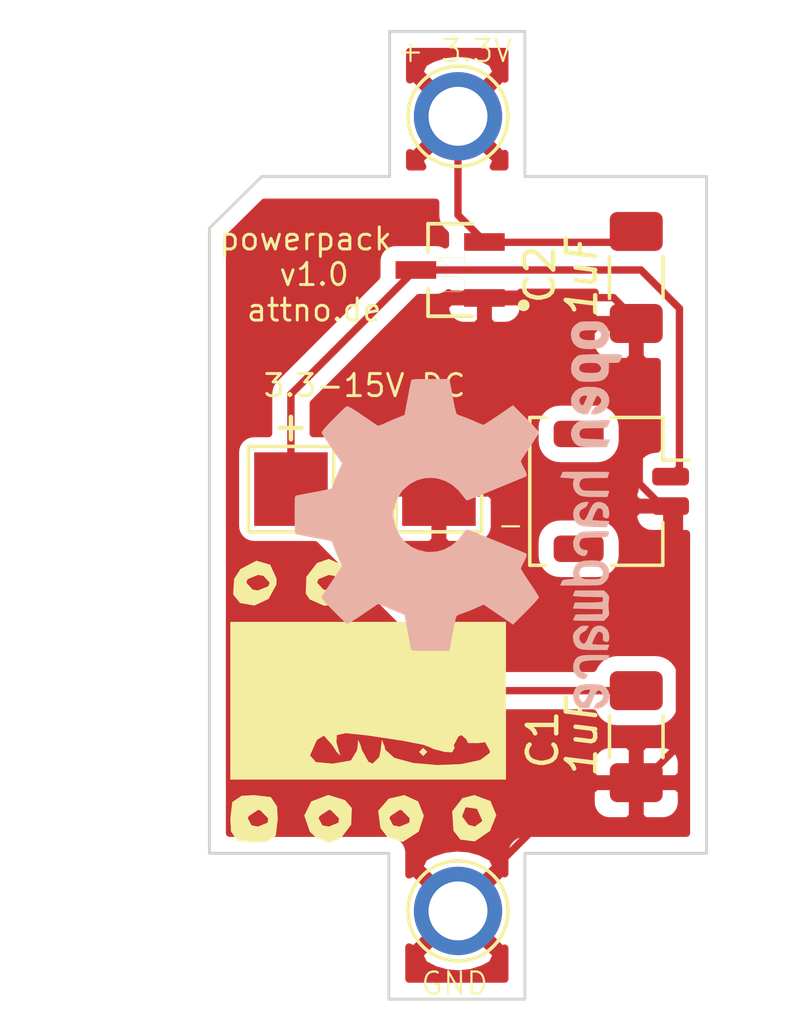
<source format=kicad_pcb>
(kicad_pcb (version 20171130) (host pcbnew "(5.1.8)-1")

  (general
    (thickness 1.6)
    (drawings 19)
    (tracks 29)
    (zones 0)
    (modules 10)
    (nets 4)
  )

  (page A4)
  (layers
    (0 F.Cu signal)
    (31 B.Cu signal)
    (32 B.Adhes user)
    (33 F.Adhes user)
    (34 B.Paste user)
    (35 F.Paste user)
    (36 B.SilkS user)
    (37 F.SilkS user)
    (38 B.Mask user)
    (39 F.Mask user)
    (40 Dwgs.User user)
    (41 Cmts.User user)
    (42 Eco1.User user)
    (43 Eco2.User user)
    (44 Edge.Cuts user)
    (45 Margin user)
    (46 B.CrtYd user)
    (47 F.CrtYd user)
    (48 B.Fab user)
    (49 F.Fab user)
  )

  (setup
    (last_trace_width 0.25)
    (trace_clearance 0.2)
    (zone_clearance 0.508)
    (zone_45_only no)
    (trace_min 0.2)
    (via_size 0.8)
    (via_drill 0.4)
    (via_min_size 0.4)
    (via_min_drill 0.3)
    (uvia_size 0.3)
    (uvia_drill 0.1)
    (uvias_allowed no)
    (uvia_min_size 0.2)
    (uvia_min_drill 0.1)
    (edge_width 0.1)
    (segment_width 0.2)
    (pcb_text_width 0.3)
    (pcb_text_size 1.5 1.5)
    (mod_edge_width 0.15)
    (mod_text_size 1 1)
    (mod_text_width 0.15)
    (pad_size 1.524 1.524)
    (pad_drill 0.762)
    (pad_to_mask_clearance 0)
    (aux_axis_origin 0 0)
    (visible_elements 7FFFFFFF)
    (pcbplotparams
      (layerselection 0x010fc_ffffffff)
      (usegerberextensions false)
      (usegerberattributes true)
      (usegerberadvancedattributes true)
      (creategerberjobfile true)
      (excludeedgelayer true)
      (linewidth 0.100000)
      (plotframeref false)
      (viasonmask false)
      (mode 1)
      (useauxorigin false)
      (hpglpennumber 1)
      (hpglpenspeed 20)
      (hpglpendiameter 15.000000)
      (psnegative false)
      (psa4output false)
      (plotreference true)
      (plotvalue true)
      (plotinvisibletext false)
      (padsonsilk false)
      (subtractmaskfromsilk false)
      (outputformat 1)
      (mirror false)
      (drillshape 0)
      (scaleselection 1)
      (outputdirectory "Gerber/"))
  )

  (net 0 "")
  (net 1 GND)
  (net 2 VCC)
  (net 3 +3V3)

  (net_class Default "Dies ist die voreingestellte Netzklasse."
    (clearance 0.2)
    (trace_width 0.25)
    (via_dia 0.8)
    (via_drill 0.4)
    (uvia_dia 0.3)
    (uvia_drill 0.1)
    (add_net +3V3)
    (add_net GND)
    (add_net VCC)
  )

  (module TestPoint:TestPoint_Plated_Hole_D2.0mm (layer F.Cu) (tedit 5A0F774F) (tstamp 5FF6768C)
    (at 174.9425 21.9075)
    (descr "Plated Hole as test Point, diameter 2.0mm")
    (tags "test point plated hole")
    (path /5FAC7D6D)
    (attr virtual)
    (fp_text reference J2.1 (at 0 -2.498) (layer F.SilkS) hide
      (effects (font (size 1 1) (thickness 0.15)))
    )
    (fp_text value "Vout +3.3V" (at 0 2.45) (layer F.Fab) hide
      (effects (font (size 1 1) (thickness 0.15)))
    )
    (fp_circle (center 0 0) (end 0 -1.7) (layer F.SilkS) (width 0.12))
    (fp_circle (center 0 0) (end 1.8 0) (layer F.CrtYd) (width 0.05))
    (fp_text user %R (at 0 -2.5) (layer F.Fab)
      (effects (font (size 1 1) (thickness 0.15)))
    )
    (pad 1 thru_hole circle (at 0 0) (size 3 3) (drill 2) (layers *.Cu *.Mask)
      (net 3 +3V3))
  )

  (module MCP1703T-3302E_CB:SOT95P255X145-3N (layer F.Cu) (tedit 5FCB8903) (tstamp 5FBEEA81)
    (at 174.6758 27.1272 180)
    (path /5FBEA257)
    (fp_text reference U1 (at -0.0762 -0.0508 90) (layer F.SilkS)
      (effects (font (size 0.9 0.9) (thickness 0.015)))
    )
    (fp_text value MCP1703T-3302E_CB (at 7.16 2.635) (layer F.Fab)
      (effects (font (size 1 1) (thickness 0.015)))
    )
    (fp_line (start -0.75 -1.45) (end -0.75 1.45) (layer F.Fab) (width 0.127))
    (fp_line (start -0.75 1.45) (end 0.75 1.45) (layer F.Fab) (width 0.127))
    (fp_line (start 0.75 1.45) (end 0.75 -1.45) (layer F.Fab) (width 0.127))
    (fp_line (start 0.75 -1.45) (end -0.75 -1.45) (layer F.Fab) (width 0.127))
    (fp_line (start 0.75 -0.62) (end 0.75 -1.57) (layer F.SilkS) (width 0.127))
    (fp_line (start -0.75 1.57) (end 0.75 1.57) (layer F.SilkS) (width 0.127))
    (fp_line (start 0.75 1.57) (end 0.75 0.62) (layer F.SilkS) (width 0.127))
    (fp_line (start 0.75 -1.57) (end -0.75 -1.57) (layer F.SilkS) (width 0.127))
    (fp_line (start -2.105 -1.7) (end 2.105 -1.7) (layer F.CrtYd) (width 0.05))
    (fp_line (start 2.105 -1.7) (end 2.105 1.7) (layer F.CrtYd) (width 0.05))
    (fp_line (start 2.105 1.7) (end -2.105 1.7) (layer F.CrtYd) (width 0.05))
    (fp_line (start -2.105 1.7) (end -2.105 -1.7) (layer F.CrtYd) (width 0.05))
    (fp_circle (center -2.5 -1.2) (end -2.4 -1.2) (layer F.SilkS) (width 0.2))
    (fp_circle (center -2.5 -1.2) (end -2.4 -1.2) (layer F.Fab) (width 0.2))
    (pad 3 smd rect (at 1.165 0 180) (size 1.38 0.6) (layers F.Cu F.Paste F.Mask)
      (net 2 VCC))
    (pad 2 smd rect (at -1.165 0.95 180) (size 1.38 0.6) (layers F.Cu F.Paste F.Mask)
      (net 3 +3V3))
    (pad 1 smd rect (at -1.165 -0.95 180) (size 1.38 0.6) (layers F.Cu F.Paste F.Mask)
      (net 1 GND))
  )

  (module Symbol:OSHW-Logo2_14.6x12mm_SilkScreen (layer B.Cu) (tedit 0) (tstamp 5FBF1F0D)
    (at 174.9425 35.4457 270)
    (descr "Open Source Hardware Symbol")
    (tags "Logo Symbol OSHW")
    (attr virtual)
    (fp_text reference REF** (at 0 0 270) (layer F.SilkS) hide
      (effects (font (size 1 1) (thickness 0.15)))
    )
    (fp_text value OSHW-Logo2_14.6x12mm_SilkScreen (at 0.75 0 270) (layer F.Fab) hide
      (effects (font (size 1 1) (thickness 0.15)))
    )
    (fp_poly (pts (xy -4.8281 -3.861903) (xy -4.71655 -3.917522) (xy -4.618092 -4.019931) (xy -4.590977 -4.057864)
      (xy -4.561438 -4.1075) (xy -4.542272 -4.161412) (xy -4.531307 -4.233364) (xy -4.526371 -4.337122)
      (xy -4.525287 -4.474101) (xy -4.530182 -4.661815) (xy -4.547196 -4.802758) (xy -4.579823 -4.907908)
      (xy -4.631558 -4.988243) (xy -4.705896 -5.054741) (xy -4.711358 -5.058678) (xy -4.78462 -5.098953)
      (xy -4.87284 -5.11888) (xy -4.985038 -5.123793) (xy -5.167433 -5.123793) (xy -5.167509 -5.300857)
      (xy -5.169207 -5.39947) (xy -5.17955 -5.457314) (xy -5.206578 -5.492006) (xy -5.258332 -5.521164)
      (xy -5.270761 -5.527121) (xy -5.328923 -5.555039) (xy -5.373956 -5.572672) (xy -5.407441 -5.574194)
      (xy -5.430962 -5.553781) (xy -5.4461 -5.505607) (xy -5.454437 -5.423846) (xy -5.457556 -5.302672)
      (xy -5.45704 -5.13626) (xy -5.454471 -4.918785) (xy -5.453668 -4.853736) (xy -5.450778 -4.629502)
      (xy -5.448188 -4.482821) (xy -5.167586 -4.482821) (xy -5.166009 -4.607326) (xy -5.159 -4.688787)
      (xy -5.143142 -4.742515) (xy -5.115019 -4.783823) (xy -5.095925 -4.803971) (xy -5.017865 -4.862921)
      (xy -4.948753 -4.86772) (xy -4.87744 -4.819038) (xy -4.875632 -4.817241) (xy -4.846617 -4.779618)
      (xy -4.828967 -4.728484) (xy -4.820064 -4.649738) (xy -4.817291 -4.529276) (xy -4.817241 -4.502588)
      (xy -4.823942 -4.336583) (xy -4.845752 -4.221505) (xy -4.885235 -4.151254) (xy -4.944956 -4.119729)
      (xy -4.979472 -4.116552) (xy -5.061389 -4.13146) (xy -5.117579 -4.180548) (xy -5.151402 -4.270362)
      (xy -5.16622 -4.407445) (xy -5.167586 -4.482821) (xy -5.448188 -4.482821) (xy -5.447713 -4.455952)
      (xy -5.443753 -4.325382) (xy -5.438174 -4.230087) (xy -5.430254 -4.162364) (xy -5.419269 -4.114507)
      (xy -5.404499 -4.078813) (xy -5.385218 -4.047578) (xy -5.376951 -4.035824) (xy -5.267288 -3.924797)
      (xy -5.128635 -3.861847) (xy -4.968246 -3.844297) (xy -4.8281 -3.861903)) (layer B.SilkS) (width 0.01))
    (fp_poly (pts (xy -2.582571 -3.877719) (xy -2.488877 -3.931914) (xy -2.423736 -3.985707) (xy -2.376093 -4.042066)
      (xy -2.343272 -4.110987) (xy -2.322594 -4.202468) (xy -2.31138 -4.326506) (xy -2.306951 -4.493098)
      (xy -2.306437 -4.612851) (xy -2.306437 -5.053659) (xy -2.430517 -5.109283) (xy -2.554598 -5.164907)
      (xy -2.569195 -4.682095) (xy -2.575227 -4.501779) (xy -2.581555 -4.370901) (xy -2.589394 -4.280511)
      (xy -2.599963 -4.221664) (xy -2.614477 -4.185413) (xy -2.634152 -4.16281) (xy -2.640465 -4.157917)
      (xy -2.736112 -4.119706) (xy -2.832793 -4.134827) (xy -2.890345 -4.174943) (xy -2.913755 -4.20337)
      (xy -2.929961 -4.240672) (xy -2.940259 -4.297223) (xy -2.945951 -4.383394) (xy -2.948336 -4.509558)
      (xy -2.948736 -4.641042) (xy -2.948814 -4.805999) (xy -2.951639 -4.922761) (xy -2.961093 -5.00151)
      (xy -2.98106 -5.052431) (xy -3.015424 -5.085706) (xy -3.068068 -5.11152) (xy -3.138383 -5.138344)
      (xy -3.21518 -5.167542) (xy -3.206038 -4.649346) (xy -3.202357 -4.462539) (xy -3.19805 -4.32449)
      (xy -3.191877 -4.225568) (xy -3.182598 -4.156145) (xy -3.168973 -4.10659) (xy -3.149761 -4.067273)
      (xy -3.126598 -4.032584) (xy -3.014848 -3.92177) (xy -2.878487 -3.857689) (xy -2.730175 -3.842339)
      (xy -2.582571 -3.877719)) (layer B.SilkS) (width 0.01))
    (fp_poly (pts (xy -5.951779 -3.866015) (xy -5.814939 -3.937968) (xy -5.713949 -4.053766) (xy -5.678075 -4.128213)
      (xy -5.650161 -4.239992) (xy -5.635871 -4.381227) (xy -5.634516 -4.535371) (xy -5.645405 -4.685879)
      (xy -5.667847 -4.816205) (xy -5.70115 -4.909803) (xy -5.711385 -4.925922) (xy -5.832618 -5.046249)
      (xy -5.976613 -5.118317) (xy -6.132861 -5.139408) (xy -6.290852 -5.106802) (xy -6.33482 -5.087253)
      (xy -6.420444 -5.027012) (xy -6.495592 -4.947135) (xy -6.502694 -4.937004) (xy -6.531561 -4.888181)
      (xy -6.550643 -4.83599) (xy -6.561916 -4.767285) (xy -6.567355 -4.668918) (xy -6.568938 -4.527744)
      (xy -6.568965 -4.496092) (xy -6.568893 -4.486019) (xy -6.277011 -4.486019) (xy -6.275313 -4.619256)
      (xy -6.268628 -4.707674) (xy -6.254575 -4.764785) (xy -6.230771 -4.804102) (xy -6.218621 -4.817241)
      (xy -6.148764 -4.867172) (xy -6.080941 -4.864895) (xy -6.012365 -4.821584) (xy -5.971465 -4.775346)
      (xy -5.947242 -4.707857) (xy -5.933639 -4.601433) (xy -5.932706 -4.58902) (xy -5.930384 -4.396147)
      (xy -5.95465 -4.2529) (xy -6.005176 -4.16016) (xy -6.081632 -4.118807) (xy -6.108924 -4.116552)
      (xy -6.180589 -4.127893) (xy -6.22961 -4.167184) (xy -6.259582 -4.242326) (xy -6.274101 -4.361222)
      (xy -6.277011 -4.486019) (xy -6.568893 -4.486019) (xy -6.567878 -4.345659) (xy -6.563312 -4.240549)
      (xy -6.553312 -4.167714) (xy -6.535921 -4.114108) (xy -6.509184 -4.066681) (xy -6.503276 -4.057864)
      (xy -6.403968 -3.939007) (xy -6.295758 -3.870008) (xy -6.164019 -3.842619) (xy -6.119283 -3.841281)
      (xy -5.951779 -3.866015)) (layer B.SilkS) (width 0.01))
    (fp_poly (pts (xy -3.684448 -3.884676) (xy -3.569342 -3.962111) (xy -3.480389 -4.073949) (xy -3.427251 -4.216265)
      (xy -3.416503 -4.321015) (xy -3.417724 -4.364726) (xy -3.427944 -4.398194) (xy -3.456039 -4.428179)
      (xy -3.510884 -4.46144) (xy -3.601355 -4.504738) (xy -3.736328 -4.564833) (xy -3.737011 -4.565134)
      (xy -3.861249 -4.622037) (xy -3.963127 -4.672565) (xy -4.032233 -4.71128) (xy -4.058154 -4.73274)
      (xy -4.058161 -4.732913) (xy -4.035315 -4.779644) (xy -3.981891 -4.831154) (xy -3.920558 -4.868261)
      (xy -3.889485 -4.875632) (xy -3.804711 -4.850138) (xy -3.731707 -4.786291) (xy -3.696087 -4.716094)
      (xy -3.66182 -4.664343) (xy -3.594697 -4.605409) (xy -3.515792 -4.554496) (xy -3.446179 -4.526809)
      (xy -3.431623 -4.525287) (xy -3.415237 -4.550321) (xy -3.41425 -4.614311) (xy -3.426292 -4.700593)
      (xy -3.448993 -4.792501) (xy -3.479986 -4.873369) (xy -3.481552 -4.876509) (xy -3.574819 -5.006734)
      (xy -3.695696 -5.095311) (xy -3.832973 -5.138786) (xy -3.97544 -5.133706) (xy -4.111888 -5.076616)
      (xy -4.117955 -5.072602) (xy -4.22529 -4.975326) (xy -4.295868 -4.848409) (xy -4.334926 -4.681526)
      (xy -4.340168 -4.634639) (xy -4.349452 -4.413329) (xy -4.338322 -4.310124) (xy -4.058161 -4.310124)
      (xy -4.054521 -4.374503) (xy -4.034611 -4.393291) (xy -3.984974 -4.379235) (xy -3.906733 -4.346009)
      (xy -3.819274 -4.304359) (xy -3.817101 -4.303256) (xy -3.74297 -4.264265) (xy -3.713219 -4.238244)
      (xy -3.720555 -4.210965) (xy -3.751447 -4.175121) (xy -3.83004 -4.123251) (xy -3.914677 -4.119439)
      (xy -3.990597 -4.157189) (xy -4.043035 -4.230001) (xy -4.058161 -4.310124) (xy -4.338322 -4.310124)
      (xy -4.330356 -4.236261) (xy -4.281366 -4.095829) (xy -4.213164 -3.997447) (xy -4.090065 -3.89803)
      (xy -3.954472 -3.848711) (xy -3.816045 -3.845568) (xy -3.684448 -3.884676)) (layer B.SilkS) (width 0.01))
    (fp_poly (pts (xy -1.255402 -3.723857) (xy -1.246846 -3.843188) (xy -1.237019 -3.913506) (xy -1.223401 -3.944179)
      (xy -1.203473 -3.944571) (xy -1.197011 -3.94091) (xy -1.11106 -3.914398) (xy -0.999255 -3.915946)
      (xy -0.885586 -3.943199) (xy -0.81449 -3.978455) (xy -0.741595 -4.034778) (xy -0.688307 -4.098519)
      (xy -0.651725 -4.17951) (xy -0.62895 -4.287586) (xy -0.617081 -4.43258) (xy -0.613218 -4.624326)
      (xy -0.613149 -4.661109) (xy -0.613103 -5.074288) (xy -0.705046 -5.106339) (xy -0.770348 -5.128144)
      (xy -0.806176 -5.138297) (xy -0.80723 -5.138391) (xy -0.810758 -5.11086) (xy -0.813761 -5.034923)
      (xy -0.81601 -4.920565) (xy -0.817276 -4.777769) (xy -0.817471 -4.690951) (xy -0.817877 -4.519773)
      (xy -0.819968 -4.397088) (xy -0.825053 -4.313) (xy -0.83444 -4.257614) (xy -0.849439 -4.221032)
      (xy -0.871358 -4.193359) (xy -0.885043 -4.180032) (xy -0.979051 -4.126328) (xy -1.081636 -4.122307)
      (xy -1.17471 -4.167725) (xy -1.191922 -4.184123) (xy -1.217168 -4.214957) (xy -1.23468 -4.251531)
      (xy -1.245858 -4.304415) (xy -1.252104 -4.384177) (xy -1.254818 -4.501385) (xy -1.255402 -4.662991)
      (xy -1.255402 -5.074288) (xy -1.347345 -5.106339) (xy -1.412647 -5.128144) (xy -1.448475 -5.138297)
      (xy -1.449529 -5.138391) (xy -1.452225 -5.110448) (xy -1.454655 -5.03163) (xy -1.456722 -4.909453)
      (xy -1.458329 -4.751432) (xy -1.459377 -4.565083) (xy -1.459769 -4.35792) (xy -1.45977 -4.348706)
      (xy -1.45977 -3.55902) (xy -1.364885 -3.518997) (xy -1.27 -3.478973) (xy -1.255402 -3.723857)) (layer B.SilkS) (width 0.01))
    (fp_poly (pts (xy 0.079944 -3.92436) (xy 0.194343 -3.966842) (xy 0.195652 -3.967658) (xy 0.266403 -4.01973)
      (xy 0.318636 -4.080584) (xy 0.355371 -4.159887) (xy 0.379634 -4.267309) (xy 0.394445 -4.412517)
      (xy 0.402829 -4.605179) (xy 0.403564 -4.632628) (xy 0.41412 -5.046521) (xy 0.325291 -5.092456)
      (xy 0.261018 -5.123498) (xy 0.22221 -5.138206) (xy 0.220415 -5.138391) (xy 0.2137 -5.11125)
      (xy 0.208365 -5.038041) (xy 0.205083 -4.931081) (xy 0.204368 -4.844469) (xy 0.204351 -4.704162)
      (xy 0.197937 -4.616051) (xy 0.17558 -4.574025) (xy 0.127732 -4.571975) (xy 0.044849 -4.60379)
      (xy -0.080287 -4.662272) (xy -0.172303 -4.710845) (xy -0.219629 -4.752986) (xy -0.233542 -4.798916)
      (xy -0.233563 -4.801189) (xy -0.210605 -4.880311) (xy -0.14263 -4.923055) (xy -0.038602 -4.929246)
      (xy 0.03633 -4.928172) (xy 0.075839 -4.949753) (xy 0.100478 -5.001591) (xy 0.114659 -5.067632)
      (xy 0.094223 -5.105104) (xy 0.086528 -5.110467) (xy 0.014083 -5.132006) (xy -0.087367 -5.135055)
      (xy -0.191843 -5.120778) (xy -0.265875 -5.094688) (xy -0.368228 -5.007785) (xy -0.426409 -4.886816)
      (xy -0.437931 -4.792308) (xy -0.429138 -4.707062) (xy -0.39732 -4.637476) (xy -0.334316 -4.575672)
      (xy -0.231969 -4.513772) (xy -0.082118 -4.443897) (xy -0.072988 -4.439948) (xy 0.061997 -4.377588)
      (xy 0.145294 -4.326446) (xy 0.180997 -4.280488) (xy 0.173203 -4.233683) (xy 0.126007 -4.179998)
      (xy 0.111894 -4.167644) (xy 0.017359 -4.119741) (xy -0.080594 -4.121758) (xy -0.165903 -4.168724)
      (xy -0.222504 -4.255669) (xy -0.227763 -4.272734) (xy -0.278977 -4.355504) (xy -0.343963 -4.395372)
      (xy -0.437931 -4.434882) (xy -0.437931 -4.332658) (xy -0.409347 -4.184072) (xy -0.324505 -4.047784)
      (xy -0.280355 -4.002191) (xy -0.179995 -3.943674) (xy -0.052365 -3.917184) (xy 0.079944 -3.92436)) (layer B.SilkS) (width 0.01))
    (fp_poly (pts (xy 1.065943 -3.92192) (xy 1.198565 -3.970859) (xy 1.30601 -4.057419) (xy 1.348032 -4.118352)
      (xy 1.393843 -4.230161) (xy 1.392891 -4.311006) (xy 1.344808 -4.365378) (xy 1.327017 -4.374624)
      (xy 1.250204 -4.40345) (xy 1.210976 -4.396065) (xy 1.197689 -4.347658) (xy 1.197012 -4.32092)
      (xy 1.172686 -4.222548) (xy 1.109281 -4.153734) (xy 1.021154 -4.120498) (xy 0.922663 -4.128861)
      (xy 0.842602 -4.172296) (xy 0.815561 -4.197072) (xy 0.796394 -4.227129) (xy 0.783446 -4.272565)
      (xy 0.775064 -4.343476) (xy 0.769593 -4.44996) (xy 0.765378 -4.602112) (xy 0.764287 -4.650287)
      (xy 0.760307 -4.815095) (xy 0.755781 -4.931088) (xy 0.748995 -5.007833) (xy 0.738231 -5.054893)
      (xy 0.721773 -5.081835) (xy 0.697906 -5.098223) (xy 0.682626 -5.105463) (xy 0.617733 -5.13022)
      (xy 0.579534 -5.138391) (xy 0.566912 -5.111103) (xy 0.559208 -5.028603) (xy 0.55638 -4.889941)
      (xy 0.558386 -4.694162) (xy 0.559011 -4.663965) (xy 0.563421 -4.485349) (xy 0.568635 -4.354923)
      (xy 0.576055 -4.262492) (xy 0.587082 -4.197858) (xy 0.603117 -4.150825) (xy 0.625561 -4.111196)
      (xy 0.637302 -4.094215) (xy 0.704619 -4.01908) (xy 0.77991 -3.960638) (xy 0.789128 -3.955536)
      (xy 0.924133 -3.91526) (xy 1.065943 -3.92192)) (layer B.SilkS) (width 0.01))
    (fp_poly (pts (xy 2.393914 -4.154455) (xy 2.393543 -4.372661) (xy 2.392108 -4.540519) (xy 2.389002 -4.66607)
      (xy 2.383622 -4.757355) (xy 2.375362 -4.822415) (xy 2.363616 -4.869291) (xy 2.347781 -4.906024)
      (xy 2.33579 -4.926991) (xy 2.23649 -5.040694) (xy 2.110588 -5.111965) (xy 1.971291 -5.137538)
      (xy 1.831805 -5.11415) (xy 1.748743 -5.072119) (xy 1.661545 -4.999411) (xy 1.602117 -4.910612)
      (xy 1.566261 -4.79432) (xy 1.549781 -4.639135) (xy 1.547447 -4.525287) (xy 1.547761 -4.517106)
      (xy 1.751724 -4.517106) (xy 1.75297 -4.647657) (xy 1.758678 -4.73408) (xy 1.771804 -4.790618)
      (xy 1.795306 -4.831514) (xy 1.823386 -4.862362) (xy 1.917688 -4.921905) (xy 2.01894 -4.926992)
      (xy 2.114636 -4.877279) (xy 2.122084 -4.870543) (xy 2.153874 -4.835502) (xy 2.173808 -4.793811)
      (xy 2.1846 -4.731762) (xy 2.188965 -4.635644) (xy 2.189655 -4.529379) (xy 2.188159 -4.39588)
      (xy 2.181964 -4.306822) (xy 2.168514 -4.248293) (xy 2.145251 -4.206382) (xy 2.126175 -4.184123)
      (xy 2.037563 -4.127985) (xy 1.935508 -4.121235) (xy 1.838095 -4.164114) (xy 1.819296 -4.180032)
      (xy 1.787293 -4.215382) (xy 1.767318 -4.257502) (xy 1.756593 -4.320251) (xy 1.752339 -4.417487)
      (xy 1.751724 -4.517106) (xy 1.547761 -4.517106) (xy 1.554504 -4.341947) (xy 1.578472 -4.204195)
      (xy 1.623548 -4.100632) (xy 1.693928 -4.019856) (xy 1.748743 -3.978455) (xy 1.848376 -3.933728)
      (xy 1.963855 -3.912967) (xy 2.071199 -3.918525) (xy 2.131264 -3.940943) (xy 2.154835 -3.947323)
      (xy 2.170477 -3.923535) (xy 2.181395 -3.859788) (xy 2.189655 -3.762687) (xy 2.198699 -3.654541)
      (xy 2.211261 -3.589475) (xy 2.234119 -3.552268) (xy 2.274051 -3.527699) (xy 2.299138 -3.516819)
      (xy 2.394023 -3.477072) (xy 2.393914 -4.154455)) (layer B.SilkS) (width 0.01))
    (fp_poly (pts (xy 3.580124 -3.93984) (xy 3.584579 -4.016653) (xy 3.588071 -4.133391) (xy 3.590315 -4.280821)
      (xy 3.591035 -4.435455) (xy 3.591035 -4.958727) (xy 3.498645 -5.051117) (xy 3.434978 -5.108047)
      (xy 3.379089 -5.131107) (xy 3.302702 -5.129647) (xy 3.27238 -5.125934) (xy 3.17761 -5.115126)
      (xy 3.099222 -5.108933) (xy 3.080115 -5.108361) (xy 3.015699 -5.112102) (xy 2.923571 -5.121494)
      (xy 2.88785 -5.125934) (xy 2.800114 -5.132801) (xy 2.741153 -5.117885) (xy 2.68269 -5.071835)
      (xy 2.661585 -5.051117) (xy 2.569195 -4.958727) (xy 2.569195 -3.979947) (xy 2.643558 -3.946066)
      (xy 2.70759 -3.92097) (xy 2.745052 -3.912184) (xy 2.754657 -3.93995) (xy 2.763635 -4.01753)
      (xy 2.771386 -4.136348) (xy 2.777314 -4.287828) (xy 2.780173 -4.415805) (xy 2.788161 -4.919425)
      (xy 2.857848 -4.929278) (xy 2.921229 -4.922389) (xy 2.952286 -4.900083) (xy 2.960967 -4.858379)
      (xy 2.968378 -4.769544) (xy 2.973931 -4.644834) (xy 2.977036 -4.495507) (xy 2.977484 -4.418661)
      (xy 2.977931 -3.976287) (xy 3.069874 -3.944235) (xy 3.134949 -3.922443) (xy 3.170347 -3.912281)
      (xy 3.171368 -3.912184) (xy 3.17492 -3.939809) (xy 3.178823 -4.016411) (xy 3.182751 -4.132579)
      (xy 3.186376 -4.278904) (xy 3.188908 -4.415805) (xy 3.196897 -4.919425) (xy 3.372069 -4.919425)
      (xy 3.380107 -4.459965) (xy 3.388146 -4.000505) (xy 3.473543 -3.956344) (xy 3.536593 -3.926019)
      (xy 3.57391 -3.912258) (xy 3.574987 -3.912184) (xy 3.580124 -3.93984)) (layer B.SilkS) (width 0.01))
    (fp_poly (pts (xy 4.314406 -3.935156) (xy 4.398469 -3.973393) (xy 4.46445 -4.019726) (xy 4.512794 -4.071532)
      (xy 4.546172 -4.138363) (xy 4.567253 -4.229769) (xy 4.578707 -4.355301) (xy 4.583203 -4.524508)
      (xy 4.583678 -4.635933) (xy 4.583678 -5.070627) (xy 4.509316 -5.104509) (xy 4.450746 -5.129272)
      (xy 4.42173 -5.138391) (xy 4.416179 -5.111257) (xy 4.411775 -5.038094) (xy 4.409078 -4.931263)
      (xy 4.408506 -4.846437) (xy 4.406046 -4.723887) (xy 4.399412 -4.626668) (xy 4.389726 -4.567134)
      (xy 4.382032 -4.554483) (xy 4.330311 -4.567402) (xy 4.249117 -4.600539) (xy 4.155102 -4.645461)
      (xy 4.064917 -4.693735) (xy 3.995215 -4.736928) (xy 3.962648 -4.766608) (xy 3.962519 -4.766929)
      (xy 3.96532 -4.821857) (xy 3.990439 -4.874292) (xy 4.034541 -4.916881) (xy 4.098909 -4.931126)
      (xy 4.153921 -4.929466) (xy 4.231835 -4.928245) (xy 4.272732 -4.946498) (xy 4.297295 -4.994726)
      (xy 4.300392 -5.00382) (xy 4.31104 -5.072598) (xy 4.282565 -5.11436) (xy 4.208344 -5.134263)
      (xy 4.128168 -5.137944) (xy 3.98389 -5.110658) (xy 3.909203 -5.07169) (xy 3.816963 -4.980148)
      (xy 3.768043 -4.867782) (xy 3.763654 -4.749051) (xy 3.805001 -4.638411) (xy 3.867197 -4.56908)
      (xy 3.929294 -4.530265) (xy 4.026895 -4.481125) (xy 4.140632 -4.431292) (xy 4.15959 -4.423677)
      (xy 4.284521 -4.368545) (xy 4.356539 -4.319954) (xy 4.3797 -4.271647) (xy 4.358064 -4.21737)
      (xy 4.32092 -4.174943) (xy 4.233127 -4.122702) (xy 4.13653 -4.118784) (xy 4.047944 -4.159041)
      (xy 3.984186 -4.239326) (xy 3.975817 -4.26004) (xy 3.927096 -4.336225) (xy 3.855965 -4.392785)
      (xy 3.766207 -4.439201) (xy 3.766207 -4.307584) (xy 3.77149 -4.227168) (xy 3.794142 -4.163786)
      (xy 3.844367 -4.096163) (xy 3.892582 -4.044076) (xy 3.967554 -3.970322) (xy 4.025806 -3.930702)
      (xy 4.088372 -3.91481) (xy 4.159193 -3.912184) (xy 4.314406 -3.935156)) (layer B.SilkS) (width 0.01))
    (fp_poly (pts (xy 5.33569 -3.940018) (xy 5.370585 -3.955269) (xy 5.453877 -4.021235) (xy 5.525103 -4.116618)
      (xy 5.569153 -4.218406) (xy 5.576322 -4.268587) (xy 5.552285 -4.338647) (xy 5.499561 -4.375717)
      (xy 5.443031 -4.398164) (xy 5.417146 -4.4023) (xy 5.404542 -4.372283) (xy 5.379654 -4.306961)
      (xy 5.368735 -4.277445) (xy 5.307508 -4.175348) (xy 5.218861 -4.124423) (xy 5.105193 -4.125989)
      (xy 5.096774 -4.127994) (xy 5.036088 -4.156767) (xy 4.991474 -4.212859) (xy 4.961002 -4.303163)
      (xy 4.942744 -4.434571) (xy 4.934771 -4.613974) (xy 4.934023 -4.709433) (xy 4.933652 -4.859913)
      (xy 4.931223 -4.962495) (xy 4.92476 -5.027672) (xy 4.912288 -5.065938) (xy 4.891833 -5.087785)
      (xy 4.861419 -5.103707) (xy 4.859661 -5.104509) (xy 4.801091 -5.129272) (xy 4.772075 -5.138391)
      (xy 4.767616 -5.110822) (xy 4.763799 -5.03462) (xy 4.760899 -4.919541) (xy 4.759191 -4.775341)
      (xy 4.758851 -4.669814) (xy 4.760588 -4.465613) (xy 4.767382 -4.310697) (xy 4.781607 -4.196024)
      (xy 4.805638 -4.112551) (xy 4.841848 -4.051236) (xy 4.892612 -4.003034) (xy 4.942739 -3.969393)
      (xy 5.063275 -3.924619) (xy 5.203557 -3.914521) (xy 5.33569 -3.940018)) (layer B.SilkS) (width 0.01))
    (fp_poly (pts (xy 6.343439 -3.95654) (xy 6.45895 -4.032034) (xy 6.514664 -4.099617) (xy 6.558804 -4.222255)
      (xy 6.562309 -4.319298) (xy 6.554368 -4.449056) (xy 6.255115 -4.580039) (xy 6.109611 -4.646958)
      (xy 6.014537 -4.70079) (xy 5.965101 -4.747416) (xy 5.956511 -4.79272) (xy 5.983972 -4.842582)
      (xy 6.014253 -4.875632) (xy 6.102363 -4.928633) (xy 6.198196 -4.932347) (xy 6.286212 -4.891041)
      (xy 6.350869 -4.808983) (xy 6.362433 -4.780008) (xy 6.417825 -4.689509) (xy 6.481553 -4.65094)
      (xy 6.568966 -4.617946) (xy 6.568966 -4.743034) (xy 6.561238 -4.828156) (xy 6.530966 -4.899938)
      (xy 6.467518 -4.982356) (xy 6.458088 -4.993066) (xy 6.387513 -5.066391) (xy 6.326847 -5.105742)
      (xy 6.25095 -5.123845) (xy 6.18803 -5.129774) (xy 6.075487 -5.131251) (xy 5.99537 -5.112535)
      (xy 5.94539 -5.084747) (xy 5.866838 -5.023641) (xy 5.812463 -4.957554) (xy 5.778052 -4.874441)
      (xy 5.759388 -4.762254) (xy 5.752256 -4.608946) (xy 5.751687 -4.531136) (xy 5.753622 -4.437853)
      (xy 5.929899 -4.437853) (xy 5.931944 -4.487896) (xy 5.937039 -4.496092) (xy 5.970666 -4.484958)
      (xy 6.04303 -4.455493) (xy 6.139747 -4.413601) (xy 6.159973 -4.404597) (xy 6.282203 -4.342442)
      (xy 6.349547 -4.287815) (xy 6.364348 -4.236649) (xy 6.328947 -4.184876) (xy 6.299711 -4.162)
      (xy 6.194216 -4.11625) (xy 6.095476 -4.123808) (xy 6.012812 -4.179651) (xy 5.955548 -4.278753)
      (xy 5.937188 -4.357414) (xy 5.929899 -4.437853) (xy 5.753622 -4.437853) (xy 5.755459 -4.349351)
      (xy 5.769359 -4.214853) (xy 5.796894 -4.116916) (xy 5.841572 -4.044811) (xy 5.906901 -3.987813)
      (xy 5.935383 -3.969393) (xy 6.064763 -3.921422) (xy 6.206412 -3.918403) (xy 6.343439 -3.95654)) (layer B.SilkS) (width 0.01))
    (fp_poly (pts (xy 0.209014 5.547002) (xy 0.367006 5.546137) (xy 0.481347 5.543795) (xy 0.559407 5.539238)
      (xy 0.608554 5.53173) (xy 0.636159 5.520534) (xy 0.649592 5.504912) (xy 0.656221 5.484127)
      (xy 0.656865 5.481437) (xy 0.666935 5.432887) (xy 0.685575 5.337095) (xy 0.710845 5.204257)
      (xy 0.740807 5.044569) (xy 0.773522 4.868226) (xy 0.774664 4.862033) (xy 0.807433 4.689218)
      (xy 0.838093 4.536531) (xy 0.864664 4.413129) (xy 0.885167 4.328169) (xy 0.897626 4.29081)
      (xy 0.89822 4.290148) (xy 0.934919 4.271905) (xy 1.010586 4.241503) (xy 1.108878 4.205507)
      (xy 1.109425 4.205315) (xy 1.233233 4.158778) (xy 1.379196 4.099496) (xy 1.516781 4.039891)
      (xy 1.523293 4.036944) (xy 1.74739 3.935235) (xy 2.243619 4.274103) (xy 2.395846 4.377408)
      (xy 2.533741 4.469763) (xy 2.649315 4.545916) (xy 2.734579 4.600615) (xy 2.781544 4.628607)
      (xy 2.786004 4.630683) (xy 2.820134 4.62144) (xy 2.883881 4.576844) (xy 2.979731 4.494791)
      (xy 3.110169 4.373179) (xy 3.243328 4.243795) (xy 3.371694 4.116298) (xy 3.486581 3.999954)
      (xy 3.581073 3.901948) (xy 3.648253 3.829464) (xy 3.681206 3.789687) (xy 3.682432 3.787639)
      (xy 3.686074 3.760344) (xy 3.67235 3.715766) (xy 3.637869 3.647888) (xy 3.579239 3.550689)
      (xy 3.49307 3.418149) (xy 3.3782 3.247524) (xy 3.276254 3.097345) (xy 3.185123 2.96265)
      (xy 3.110073 2.85126) (xy 3.056369 2.770995) (xy 3.02928 2.729675) (xy 3.027574 2.72687)
      (xy 3.030882 2.687279) (xy 3.055953 2.610331) (xy 3.097798 2.510568) (xy 3.112712 2.478709)
      (xy 3.177786 2.336774) (xy 3.247212 2.175727) (xy 3.303609 2.036379) (xy 3.344247 1.932956)
      (xy 3.376526 1.854358) (xy 3.395178 1.81328) (xy 3.397497 1.810115) (xy 3.431803 1.804872)
      (xy 3.512669 1.790506) (xy 3.629343 1.769063) (xy 3.771075 1.742587) (xy 3.92711 1.713123)
      (xy 4.086698 1.682717) (xy 4.239085 1.653412) (xy 4.373521 1.627255) (xy 4.479252 1.60629)
      (xy 4.545526 1.592561) (xy 4.561782 1.58868) (xy 4.578573 1.5791) (xy 4.591249 1.557464)
      (xy 4.600378 1.516469) (xy 4.606531 1.448811) (xy 4.61028 1.347188) (xy 4.612192 1.204297)
      (xy 4.61284 1.012835) (xy 4.612874 0.934355) (xy 4.612874 0.296094) (xy 4.459598 0.26584)
      (xy 4.374322 0.249436) (xy 4.24707 0.225491) (xy 4.093315 0.196893) (xy 3.928534 0.166533)
      (xy 3.882989 0.158194) (xy 3.730932 0.12863) (xy 3.598468 0.099558) (xy 3.496714 0.073671)
      (xy 3.436788 0.053663) (xy 3.426805 0.047699) (xy 3.402293 0.005466) (xy 3.367148 -0.07637)
      (xy 3.328173 -0.181683) (xy 3.320442 -0.204368) (xy 3.26936 -0.345018) (xy 3.205954 -0.503714)
      (xy 3.143904 -0.646225) (xy 3.143598 -0.646886) (xy 3.040267 -0.87044) (xy 3.719961 -1.870232)
      (xy 3.283621 -2.3073) (xy 3.151649 -2.437381) (xy 3.031279 -2.552048) (xy 2.929273 -2.645181)
      (xy 2.852391 -2.710658) (xy 2.807393 -2.742357) (xy 2.800938 -2.744368) (xy 2.76304 -2.728529)
      (xy 2.685708 -2.684496) (xy 2.577389 -2.61749) (xy 2.446532 -2.532734) (xy 2.305052 -2.437816)
      (xy 2.161461 -2.340998) (xy 2.033435 -2.256751) (xy 1.929105 -2.190258) (xy 1.8566 -2.146702)
      (xy 1.824158 -2.131264) (xy 1.784576 -2.144328) (xy 1.709519 -2.17875) (xy 1.614468 -2.22738)
      (xy 1.604392 -2.232785) (xy 1.476391 -2.29698) (xy 1.388618 -2.328463) (xy 1.334028 -2.328798)
      (xy 1.305575 -2.299548) (xy 1.30541 -2.299138) (xy 1.291188 -2.264498) (xy 1.257269 -2.182269)
      (xy 1.206284 -2.058814) (xy 1.140862 -1.900498) (xy 1.063634 -1.713686) (xy 0.977229 -1.504742)
      (xy 0.893551 -1.302446) (xy 0.801588 -1.0792) (xy 0.71715 -0.872392) (xy 0.642769 -0.688362)
      (xy 0.580974 -0.533451) (xy 0.534297 -0.413996) (xy 0.505268 -0.336339) (xy 0.496322 -0.307356)
      (xy 0.518756 -0.27411) (xy 0.577439 -0.221123) (xy 0.655689 -0.162704) (xy 0.878534 0.022048)
      (xy 1.052718 0.233818) (xy 1.176154 0.468144) (xy 1.246754 0.720566) (xy 1.262431 0.986623)
      (xy 1.251036 1.109425) (xy 1.18895 1.364207) (xy 1.082023 1.589199) (xy 0.936889 1.782183)
      (xy 0.760178 1.940939) (xy 0.558522 2.06325) (xy 0.338554 2.146895) (xy 0.106906 2.189656)
      (xy -0.129791 2.189313) (xy -0.364905 2.143648) (xy -0.591804 2.050441) (xy -0.803856 1.907473)
      (xy -0.892364 1.826617) (xy -1.062111 1.618993) (xy -1.180301 1.392105) (xy -1.247722 1.152567)
      (xy -1.26516 0.906993) (xy -1.233402 0.661997) (xy -1.153235 0.424192) (xy -1.025445 0.200193)
      (xy -0.85082 -0.003387) (xy -0.655688 -0.162704) (xy -0.574409 -0.223602) (xy -0.516991 -0.276015)
      (xy -0.496322 -0.307406) (xy -0.507144 -0.341639) (xy -0.537923 -0.423419) (xy -0.586126 -0.546407)
      (xy -0.649222 -0.704263) (xy -0.724678 -0.890649) (xy -0.809962 -1.099226) (xy -0.893781 -1.302496)
      (xy -0.986255 -1.525933) (xy -1.071911 -1.732984) (xy -1.148118 -1.917286) (xy -1.212247 -2.072475)
      (xy -1.261668 -2.192188) (xy -1.293752 -2.270061) (xy -1.305641 -2.299138) (xy -1.333726 -2.328677)
      (xy -1.388051 -2.328591) (xy -1.475605 -2.297326) (xy -1.603381 -2.233329) (xy -1.604392 -2.232785)
      (xy -1.700598 -2.183121) (xy -1.778369 -2.146945) (xy -1.822223 -2.131408) (xy -1.824158 -2.131264)
      (xy -1.857171 -2.147024) (xy -1.930054 -2.19085) (xy -2.034678 -2.257557) (xy -2.16291 -2.341964)
      (xy -2.305052 -2.437816) (xy -2.449767 -2.534867) (xy -2.580196 -2.61927) (xy -2.68789 -2.685801)
      (xy -2.764402 -2.729238) (xy -2.800938 -2.744368) (xy -2.834582 -2.724482) (xy -2.902224 -2.668903)
      (xy -2.997107 -2.583754) (xy -3.11247 -2.475153) (xy -3.241555 -2.349221) (xy -3.283771 -2.307149)
      (xy -3.720261 -1.869931) (xy -3.388023 -1.38234) (xy -3.287054 -1.232605) (xy -3.198438 -1.09822)
      (xy -3.127146 -0.986969) (xy -3.07815 -0.906639) (xy -3.056422 -0.865014) (xy -3.055785 -0.862053)
      (xy -3.06724 -0.822818) (xy -3.098051 -0.743895) (xy -3.142884 -0.638509) (xy -3.174353 -0.567954)
      (xy -3.233192 -0.432876) (xy -3.288604 -0.296409) (xy -3.331564 -0.181103) (xy -3.343234 -0.145977)
      (xy -3.376389 -0.052174) (xy -3.408799 0.020306) (xy -3.426601 0.047699) (xy -3.465886 0.064464)
      (xy -3.551626 0.08823) (xy -3.672697 0.116303) (xy -3.817973 0.145991) (xy -3.882988 0.158194)
      (xy -4.048087 0.188532) (xy -4.206448 0.217907) (xy -4.342596 0.243431) (xy -4.441057 0.262215)
      (xy -4.459598 0.26584) (xy -4.612873 0.296094) (xy -4.612873 0.934355) (xy -4.612529 1.14423)
      (xy -4.611116 1.30302) (xy -4.608064 1.418027) (xy -4.602803 1.496554) (xy -4.594763 1.545904)
      (xy -4.583373 1.573381) (xy -4.568063 1.586287) (xy -4.561782 1.58868) (xy -4.523896 1.597167)
      (xy -4.440195 1.6141) (xy -4.321433 1.637434) (xy -4.178361 1.665125) (xy -4.021732 1.695127)
      (xy -3.862297 1.725396) (xy -3.710809 1.753885) (xy -3.578019 1.778551) (xy -3.474681 1.797349)
      (xy -3.411545 1.808233) (xy -3.397497 1.810115) (xy -3.38477 1.835296) (xy -3.3566 1.902378)
      (xy -3.318252 1.998667) (xy -3.303609 2.036379) (xy -3.244548 2.182079) (xy -3.175 2.343049)
      (xy -3.112712 2.478709) (xy -3.066879 2.582439) (xy -3.036387 2.667674) (xy -3.026208 2.719874)
      (xy -3.027831 2.72687) (xy -3.049343 2.759898) (xy -3.098465 2.833357) (xy -3.169923 2.939423)
      (xy -3.258445 3.070274) (xy -3.358759 3.218088) (xy -3.378594 3.247266) (xy -3.494988 3.420137)
      (xy -3.580548 3.551774) (xy -3.638684 3.648239) (xy -3.672808 3.715592) (xy -3.686331 3.759894)
      (xy -3.682664 3.787206) (xy -3.68257 3.78738) (xy -3.653707 3.823254) (xy -3.589867 3.892609)
      (xy -3.497969 3.988255) (xy -3.384933 4.103001) (xy -3.257679 4.229659) (xy -3.243328 4.243795)
      (xy -3.082957 4.399097) (xy -2.959195 4.51313) (xy -2.869555 4.587998) (xy -2.811552 4.625804)
      (xy -2.786004 4.630683) (xy -2.748718 4.609397) (xy -2.671343 4.560227) (xy -2.561867 4.488425)
      (xy -2.42828 4.399245) (xy -2.27857 4.297937) (xy -2.243618 4.274103) (xy -1.74739 3.935235)
      (xy -1.523293 4.036944) (xy -1.387011 4.096217) (xy -1.240724 4.15583) (xy -1.114965 4.20336)
      (xy -1.109425 4.205315) (xy -1.011057 4.241323) (xy -0.935229 4.271771) (xy -0.898282 4.290095)
      (xy -0.89822 4.290148) (xy -0.886496 4.323271) (xy -0.866568 4.404733) (xy -0.840413 4.525375)
      (xy -0.81001 4.676041) (xy -0.777337 4.847572) (xy -0.774664 4.862033) (xy -0.74189 5.038765)
      (xy -0.711802 5.19919) (xy -0.686339 5.333112) (xy -0.667441 5.430337) (xy -0.657047 5.480668)
      (xy -0.656865 5.481437) (xy -0.650539 5.502847) (xy -0.638239 5.519012) (xy -0.612594 5.530669)
      (xy -0.566235 5.538555) (xy -0.491792 5.543407) (xy -0.381895 5.545961) (xy -0.229175 5.546955)
      (xy -0.026262 5.547126) (xy 0 5.547126) (xy 0.209014 5.547002)) (layer B.SilkS) (width 0.01))
  )

  (module "Logo Attno.de:Logo_druck" (layer F.Cu) (tedit 0) (tstamp 5FBF14EC)
    (at 171.7548 41.7576)
    (fp_text reference G*** (at 0 0) (layer F.SilkS) hide
      (effects (font (size 1.524 1.524) (thickness 0.3)))
    )
    (fp_text value LOGO (at 0.75 0) (layer F.SilkS) hide
      (effects (font (size 1.524 1.524) (thickness 0.3)))
    )
    (fp_poly (pts (xy -3.175028 3.274671) (xy -2.965626 3.587178) (xy -2.941053 4.010526) (xy -3.007304 4.578657)
      (xy -3.319811 4.788059) (xy -3.743158 4.812632) (xy -4.311289 4.746381) (xy -4.520691 4.433874)
      (xy -4.545264 4.010526) (xy -4.542926 3.990474) (xy -3.959281 3.990474) (xy -3.830217 4.234271)
      (xy -3.609474 4.277895) (xy -3.276715 4.142232) (xy -3.259667 3.990474) (xy -3.535693 3.714239)
      (xy -3.609474 3.703053) (xy -3.922973 3.911204) (xy -3.959281 3.990474) (xy -4.542926 3.990474)
      (xy -4.479013 3.442395) (xy -4.166506 3.232994) (xy -3.743158 3.208421) (xy -3.175028 3.274671)) (layer F.SilkS) (width 0.01))
    (fp_poly (pts (xy -0.654718 3.377959) (xy -0.425046 3.643362) (xy -0.445336 4.206313) (xy -0.802298 4.673505)
      (xy -1.203158 4.812632) (xy -1.650245 4.625796) (xy -1.843455 4.445467) (xy -1.999823 3.990474)
      (xy -1.552965 3.990474) (xy -1.423901 4.234271) (xy -1.203158 4.277895) (xy -0.870399 4.142232)
      (xy -0.853351 3.990474) (xy -1.129378 3.714239) (xy -1.203158 3.703053) (xy -1.516657 3.911204)
      (xy -1.552965 3.990474) (xy -1.999823 3.990474) (xy -2.031887 3.897179) (xy -1.795855 3.42208)
      (xy -1.233012 3.208837) (xy -1.203158 3.208421) (xy -0.654718 3.377959)) (layer F.SilkS) (width 0.01))
    (fp_poly (pts (xy 1.830489 3.420844) (xy 2.023085 3.906185) (xy 1.850749 4.436547) (xy 1.843454 4.445467)
      (xy 1.308609 4.788602) (xy 0.789363 4.623462) (xy 0.556657 4.318854) (xy 0.512481 3.990474)
      (xy 0.85335 3.990474) (xy 0.982414 4.234271) (xy 1.203157 4.277895) (xy 1.535916 4.142232)
      (xy 1.552964 3.990474) (xy 1.276938 3.714239) (xy 1.203157 3.703053) (xy 0.889659 3.911204)
      (xy 0.85335 3.990474) (xy 0.512481 3.990474) (xy 0.479001 3.74161) (xy 0.834794 3.328056)
      (xy 1.36171 3.208421) (xy 1.830489 3.420844)) (layer F.SilkS) (width 0.01))
    (fp_poly (pts (xy 4.289104 3.40888) (xy 4.485854 3.883973) (xy 4.275068 4.414984) (xy 3.760298 4.770967)
      (xy 3.272011 4.712338) (xy 3.03774 4.411579) (xy 3.005955 3.923658) (xy 3.321753 3.923658)
      (xy 3.535729 4.214069) (xy 3.758937 4.277895) (xy 4.005698 4.098505) (xy 4.010526 4.055088)
      (xy 3.836112 3.667614) (xy 3.47406 3.613807) (xy 3.434135 3.635217) (xy 3.321753 3.923658)
      (xy 3.005955 3.923658) (xy 2.995131 3.757507) (xy 3.340792 3.309889) (xy 3.743157 3.208421)
      (xy 4.289104 3.40888)) (layer F.SilkS) (width 0.01))
    (fp_poly (pts (xy 4.812631 2.673684) (xy -4.545264 2.673684) (xy -4.545264 1.85671) (xy -1.84514 1.85671)
      (xy -1.640977 2.086836) (xy -1.069474 2.138947) (xy -0.449193 2.032284) (xy -0.236914 1.678869)
      (xy -0.236354 1.671053) (xy -0.199008 1.341536) (xy -0.120086 1.531401) (xy -0.083065 1.671053)
      (xy 0.137174 2.067551) (xy 0.286972 2.138947) (xy 0.512231 1.91694) (xy 0.565751 1.671053)
      (xy 0.603097 1.341536) (xy 0.682019 1.531401) (xy 0.71904 1.671053) (xy 1.023883 1.942669)
      (xy 1.661629 2.1152) (xy 2.468428 2.186887) (xy 3.280431 2.155969) (xy 3.933785 2.020685)
      (xy 4.264641 1.779275) (xy 4.277894 1.709289) (xy 4.113499 1.405706) (xy 3.876842 1.43353)
      (xy 3.532945 1.431665) (xy 3.475789 1.312671) (xy 3.31091 1.162077) (xy 3.204059 1.205853)
      (xy 3.040408 1.51151) (xy 3.071649 1.599214) (xy 2.983308 1.745726) (xy 2.741799 1.73488)
      (xy 2.344973 1.633411) (xy 2.272631 1.590545) (xy 2.017938 1.492766) (xy 1.298922 1.353099)
      (xy 0.183184 1.184476) (xy 0.064366 1.16815) (xy -0.638136 1.095906) (xy -0.934809 1.164674)
      (xy -0.945218 1.415944) (xy -0.918078 1.509049) (xy -0.821817 1.851758) (xy -0.926927 1.742986)
      (xy -1.080524 1.50529) (xy -1.365887 1.180679) (xy -1.595147 1.317081) (xy -1.631354 1.371606)
      (xy -1.84514 1.85671) (xy -4.545264 1.85671) (xy -4.545264 -2.673684) (xy 4.812631 -2.673684)
      (xy 4.812631 2.673684)) (layer F.SilkS) (width 0.01))
    (fp_poly (pts (xy -3.196971 -4.616923) (xy -2.979926 -4.140395) (xy -2.989143 -3.94488) (xy -3.252289 -3.462408)
      (xy -3.731266 -3.239198) (xy -4.214277 -3.323615) (xy -4.449336 -3.611454) (xy -4.423182 -4.010526)
      (xy -4.010527 -4.010526) (xy -3.79397 -3.773323) (xy -3.609474 -3.743158) (xy -3.253669 -3.887529)
      (xy -3.208422 -4.010526) (xy -3.424979 -4.24773) (xy -3.609474 -4.277895) (xy -3.96528 -4.133524)
      (xy -4.010527 -4.010526) (xy -4.423182 -4.010526) (xy -4.414565 -4.142002) (xy -4.201504 -4.468872)
      (xy -3.662664 -4.7517) (xy -3.196971 -4.616923)) (layer F.SilkS) (width 0.01))
    (fp_poly (pts (xy -0.698937 -4.587399) (xy -0.404882 -4.076307) (xy -0.425046 -3.643362) (xy -0.795864 -3.295983)
      (xy -1.358492 -3.230802) (xy -1.850527 -3.44782) (xy -1.981271 -3.643362) (xy -1.968038 -4.010526)
      (xy -1.604211 -4.010526) (xy -1.387654 -3.773323) (xy -1.203158 -3.743158) (xy -0.847353 -3.887529)
      (xy -0.802106 -4.010526) (xy -1.018663 -4.24773) (xy -1.203158 -4.277895) (xy -1.558964 -4.133524)
      (xy -1.604211 -4.010526) (xy -1.968038 -4.010526) (xy -1.960981 -4.206313) (xy -1.604019 -4.673505)
      (xy -1.203158 -4.812632) (xy -0.698937 -4.587399)) (layer F.SilkS) (width 0.01))
    (fp_poly (pts (xy 1.497215 -4.664621) (xy 1.521708 -4.649808) (xy 1.958071 -4.173721) (xy 1.961382 -3.672715)
      (xy 1.558773 -3.320009) (xy 1.304155 -3.2608) (xy 0.68795 -3.334446) (xy 0.453572 -3.569022)
      (xy 0.476776 -4.010526) (xy 0.802105 -4.010526) (xy 1.018662 -3.773323) (xy 1.203157 -3.743158)
      (xy 1.558963 -3.887529) (xy 1.60421 -4.010526) (xy 1.387653 -4.24773) (xy 1.203157 -4.277895)
      (xy 0.847352 -4.133524) (xy 0.802105 -4.010526) (xy 0.476776 -4.010526) (xy 0.480169 -4.075083)
      (xy 0.671125 -4.452433) (xy 1.053407 -4.785038) (xy 1.497215 -4.664621)) (layer F.SilkS) (width 0.01))
    (fp_poly (pts (xy 4.089816 -4.595979) (xy 4.434735 -4.1028) (xy 4.449882 -3.612879) (xy 4.088167 -3.2809)
      (xy 3.55026 -3.237404) (xy 3.109036 -3.48305) (xy 3.03774 -3.609474) (xy 3.005379 -4.010526)
      (xy 3.342105 -4.010526) (xy 3.402717 -3.781632) (xy 3.593694 -3.743158) (xy 3.959511 -3.882751)
      (xy 4.010526 -4.010526) (xy 3.818628 -4.270242) (xy 3.758937 -4.277895) (xy 3.39683 -4.083545)
      (xy 3.342105 -4.010526) (xy 3.005379 -4.010526) (xy 2.988838 -4.215517) (xy 3.2409 -4.683255)
      (xy 3.568344 -4.812632) (xy 4.089816 -4.595979)) (layer F.SilkS) (width 0.01))
    (fp_poly (pts (xy 2.138947 1.737895) (xy 2.005263 1.871579) (xy 1.871578 1.737895) (xy 2.005263 1.60421)
      (xy 2.138947 1.737895)) (layer F.SilkS) (width 0.01))
  )

  (module Capacitor_SMD:C_1206_3216Metric_Pad1.33x1.80mm_HandSolder (layer F.Cu) (tedit 5F68FEEF) (tstamp 5FBEEA0E)
    (at 181 42.9768 270)
    (descr "Capacitor SMD 1206 (3216 Metric), square (rectangular) end terminal, IPC_7351 nominal with elongated pad for handsoldering. (Body size source: IPC-SM-782 page 76, https://www.pcb-3d.com/wordpress/wp-content/uploads/ipc-sm-782a_amendment_1_and_2.pdf), generated with kicad-footprint-generator")
    (tags "capacitor handsolder")
    (path /5FAAF5EB)
    (attr smd)
    (fp_text reference C1 (at 0.1016 3.175 90) (layer F.SilkS)
      (effects (font (size 1 1) (thickness 0.15)))
    )
    (fp_text value 1uF (at 0 1.85 90) (layer F.SilkS)
      (effects (font (size 1 1) (thickness 0.15) italic))
    )
    (fp_line (start -1.6 0.8) (end -1.6 -0.8) (layer F.Fab) (width 0.1))
    (fp_line (start -1.6 -0.8) (end 1.6 -0.8) (layer F.Fab) (width 0.1))
    (fp_line (start 1.6 -0.8) (end 1.6 0.8) (layer F.Fab) (width 0.1))
    (fp_line (start 1.6 0.8) (end -1.6 0.8) (layer F.Fab) (width 0.1))
    (fp_line (start -0.711252 -0.91) (end 0.711252 -0.91) (layer F.SilkS) (width 0.12))
    (fp_line (start -0.711252 0.91) (end 0.711252 0.91) (layer F.SilkS) (width 0.12))
    (fp_line (start -2.48 1.15) (end -2.48 -1.15) (layer F.CrtYd) (width 0.05))
    (fp_line (start -2.48 -1.15) (end 2.48 -1.15) (layer F.CrtYd) (width 0.05))
    (fp_line (start 2.48 -1.15) (end 2.48 1.15) (layer F.CrtYd) (width 0.05))
    (fp_line (start 2.48 1.15) (end -2.48 1.15) (layer F.CrtYd) (width 0.05))
    (fp_text user %R (at 0 0 90) (layer F.Fab)
      (effects (font (size 0.8 0.8) (thickness 0.12)))
    )
    (pad 2 smd roundrect (at 1.5625 0 270) (size 1.325 1.8) (layers F.Cu F.Paste F.Mask) (roundrect_rratio 0.1886769811320755)
      (net 1 GND))
    (pad 1 smd roundrect (at -1.5625 0 270) (size 1.325 1.8) (layers F.Cu F.Paste F.Mask) (roundrect_rratio 0.1886769811320755)
      (net 2 VCC))
    (model ${KISYS3DMOD}/Capacitor_SMD.3dshapes/C_1206_3216Metric.wrl
      (at (xyz 0 0 0))
      (scale (xyz 1 1 1))
      (rotate (xyz 0 0 0))
    )
  )

  (module Capacitor_SMD:C_1206_3216Metric_Pad1.33x1.80mm_HandSolder (layer F.Cu) (tedit 5F68FEEF) (tstamp 5FBEEA1F)
    (at 181 27.3812 270)
    (descr "Capacitor SMD 1206 (3216 Metric), square (rectangular) end terminal, IPC_7351 nominal with elongated pad for handsoldering. (Body size source: IPC-SM-782 page 76, https://www.pcb-3d.com/wordpress/wp-content/uploads/ipc-sm-782a_amendment_1_and_2.pdf), generated with kicad-footprint-generator")
    (tags "capacitor handsolder")
    (path /5FAB0019)
    (attr smd)
    (fp_text reference C2 (at -0.1016 3.2766 90) (layer F.SilkS)
      (effects (font (size 1 1) (thickness 0.15)))
    )
    (fp_text value 1uF (at 0 1.85 90) (layer F.SilkS)
      (effects (font (size 1 1) (thickness 0.15) italic))
    )
    (fp_line (start 2.48 1.15) (end -2.48 1.15) (layer F.CrtYd) (width 0.05))
    (fp_line (start 2.48 -1.15) (end 2.48 1.15) (layer F.CrtYd) (width 0.05))
    (fp_line (start -2.48 -1.15) (end 2.48 -1.15) (layer F.CrtYd) (width 0.05))
    (fp_line (start -2.48 1.15) (end -2.48 -1.15) (layer F.CrtYd) (width 0.05))
    (fp_line (start -0.711252 0.91) (end 0.711252 0.91) (layer F.SilkS) (width 0.12))
    (fp_line (start -0.711252 -0.91) (end 0.711252 -0.91) (layer F.SilkS) (width 0.12))
    (fp_line (start 1.6 0.8) (end -1.6 0.8) (layer F.Fab) (width 0.1))
    (fp_line (start 1.6 -0.8) (end 1.6 0.8) (layer F.Fab) (width 0.1))
    (fp_line (start -1.6 -0.8) (end 1.6 -0.8) (layer F.Fab) (width 0.1))
    (fp_line (start -1.6 0.8) (end -1.6 -0.8) (layer F.Fab) (width 0.1))
    (fp_text user %R (at -1.6764 0.0508 90) (layer F.Fab)
      (effects (font (size 0.8 0.8) (thickness 0.12)))
    )
    (pad 1 smd roundrect (at -1.5625 0 270) (size 1.325 1.8) (layers F.Cu F.Paste F.Mask) (roundrect_rratio 0.1886769811320755)
      (net 3 +3V3))
    (pad 2 smd roundrect (at 1.5625 0 270) (size 1.325 1.8) (layers F.Cu F.Paste F.Mask) (roundrect_rratio 0.1886769811320755)
      (net 1 GND))
    (model ${KISYS3DMOD}/Capacitor_SMD.3dshapes/C_1206_3216Metric.wrl
      (at (xyz 0 0 0))
      (scale (xyz 1 1 1))
      (rotate (xyz 0 0 0))
    )
  )

  (module Connector_JST:JST_SHL_SM02B-SHLS-TF_1x02-1MP_P1.00mm_Horizontal (layer F.Cu) (tedit 5B78AD87) (tstamp 5FBEEA3A)
    (at 180.4924 34.6456 270)
    (descr "JST SHL series connector, SM02B-SHLS-TF (http://www.jst-mfg.com/product/pdf/eng/eSHL.pdf), generated with kicad-footprint-generator")
    (tags "connector JST SHL top entry")
    (path /5FAC5355)
    (attr smd)
    (fp_text reference J1 (at 0 -3.5 90) (layer F.SilkS) hide
      (effects (font (size 1 1) (thickness 0.15)))
    )
    (fp_text value "Power_in 3.3-15V" (at 0 4.2 90) (layer F.Fab) hide
      (effects (font (size 1 1) (thickness 0.15)))
    )
    (fp_line (start -0.5 -0.592893) (end 0 -1.3) (layer F.Fab) (width 0.1))
    (fp_line (start -1 -1.3) (end -0.5 -0.592893) (layer F.Fab) (width 0.1))
    (fp_line (start 2.9 -2.8) (end -2.9 -2.8) (layer F.CrtYd) (width 0.05))
    (fp_line (start 2.9 3.5) (end 2.9 -2.8) (layer F.CrtYd) (width 0.05))
    (fp_line (start -2.9 3.5) (end 2.9 3.5) (layer F.CrtYd) (width 0.05))
    (fp_line (start -2.9 -2.8) (end -2.9 3.5) (layer F.CrtYd) (width 0.05))
    (fp_line (start 2.4 -1.3) (end 2.4 3) (layer F.Fab) (width 0.1))
    (fp_line (start -2.4 -1.3) (end -2.4 3) (layer F.Fab) (width 0.1))
    (fp_line (start -2.4 3) (end 2.4 3) (layer F.Fab) (width 0.1))
    (fp_line (start 2.51 3.11) (end 2.51 2.56) (layer F.SilkS) (width 0.12))
    (fp_line (start -2.51 3.11) (end 2.51 3.11) (layer F.SilkS) (width 0.12))
    (fp_line (start -2.51 2.56) (end -2.51 3.11) (layer F.SilkS) (width 0.12))
    (fp_line (start 2.51 -1.41) (end 1.06 -1.41) (layer F.SilkS) (width 0.12))
    (fp_line (start 2.51 0.34) (end 2.51 -1.41) (layer F.SilkS) (width 0.12))
    (fp_line (start -1.06 -1.41) (end -1.06 -2.3) (layer F.SilkS) (width 0.12))
    (fp_line (start -2.51 -1.41) (end -1.06 -1.41) (layer F.SilkS) (width 0.12))
    (fp_line (start -2.51 0.34) (end -2.51 -1.41) (layer F.SilkS) (width 0.12))
    (fp_line (start -2.4 -1.3) (end 2.4 -1.3) (layer F.Fab) (width 0.1))
    (fp_text user %R (at 0 0.5 90) (layer F.Fab) hide
      (effects (font (size 1 1) (thickness 0.15)))
    )
    (pad 1 smd roundrect (at -0.5 -1.675 270) (size 0.6 1.25) (layers F.Cu F.Paste F.Mask) (roundrect_rratio 0.25)
      (net 2 VCC))
    (pad 2 smd roundrect (at 0.5 -1.675 270) (size 0.6 1.25) (layers F.Cu F.Paste F.Mask) (roundrect_rratio 0.25)
      (net 1 GND))
    (pad MP smd roundrect (at -1.95 1.45 270) (size 0.9 1.7) (layers F.Cu F.Paste F.Mask) (roundrect_rratio 0.25))
    (pad MP smd roundrect (at 1.95 1.45 270) (size 0.9 1.7) (layers F.Cu F.Paste F.Mask) (roundrect_rratio 0.25))
    (model ${KISYS3DMOD}/Connector_JST.3dshapes/JST_SHL_SM02B-SHLS-TF_1x02-1MP_P1.00mm_Horizontal.wrl
      (at (xyz 0 0 0))
      (scale (xyz 1 1 1))
      (rotate (xyz 0 0 0))
    )
  )

  (module TestPoint:TestPoint_Pad_2.5x2.5mm (layer F.Cu) (tedit 5A0F774F) (tstamp 5FBEEA58)
    (at 174.2948 34.5694)
    (descr "SMD rectangular pad as test Point, square 2.5mm side length")
    (tags "test point SMD pad rectangle square")
    (path /5FAD88E0)
    (attr virtual)
    (fp_text reference - (at 0 -2.148) (layer F.SilkS)
      (effects (font (size 1 1) (thickness 0.15)))
    )
    (fp_text value "Vin GND" (at 0 2.25) (layer F.Fab) hide
      (effects (font (size 1 1) (thickness 0.15)))
    )
    (fp_line (start 1.75 1.75) (end -1.75 1.75) (layer F.CrtYd) (width 0.05))
    (fp_line (start 1.75 1.75) (end 1.75 -1.75) (layer F.CrtYd) (width 0.05))
    (fp_line (start -1.75 -1.75) (end -1.75 1.75) (layer F.CrtYd) (width 0.05))
    (fp_line (start -1.75 -1.75) (end 1.75 -1.75) (layer F.CrtYd) (width 0.05))
    (fp_line (start -1.45 1.45) (end -1.45 -1.45) (layer F.SilkS) (width 0.12))
    (fp_line (start 1.45 1.45) (end -1.45 1.45) (layer F.SilkS) (width 0.12))
    (fp_line (start 1.45 -1.45) (end 1.45 1.45) (layer F.SilkS) (width 0.12))
    (fp_line (start -1.45 -1.45) (end 1.45 -1.45) (layer F.SilkS) (width 0.12))
    (fp_text user %R (at 0 -2.15) (layer F.Fab)
      (effects (font (size 1 1) (thickness 0.15)))
    )
    (pad 1 smd rect (at 0 0) (size 2.5 2.5) (layers F.Cu F.Mask)
      (net 1 GND))
  )

  (module TestPoint:TestPoint_Pad_2.5x2.5mm (layer F.Cu) (tedit 5A0F774F) (tstamp 5FBEEA66)
    (at 169.2656 34.5694)
    (descr "SMD rectangular pad as test Point, square 2.5mm side length")
    (tags "test point SMD pad rectangle square")
    (path /5FAD8C7D)
    (attr virtual)
    (fp_text reference + (at 0 -2.148) (layer F.SilkS)
      (effects (font (size 1 1) (thickness 0.15)))
    )
    (fp_text value "Vin 3.3V-15V" (at 0 2.25) (layer F.Fab) hide
      (effects (font (size 1 1) (thickness 0.15)))
    )
    (fp_line (start -1.45 -1.45) (end 1.45 -1.45) (layer F.SilkS) (width 0.12))
    (fp_line (start 1.45 -1.45) (end 1.45 1.45) (layer F.SilkS) (width 0.12))
    (fp_line (start 1.45 1.45) (end -1.45 1.45) (layer F.SilkS) (width 0.12))
    (fp_line (start -1.45 1.45) (end -1.45 -1.45) (layer F.SilkS) (width 0.12))
    (fp_line (start -1.75 -1.75) (end 1.75 -1.75) (layer F.CrtYd) (width 0.05))
    (fp_line (start -1.75 -1.75) (end -1.75 1.75) (layer F.CrtYd) (width 0.05))
    (fp_line (start 1.75 1.75) (end 1.75 -1.75) (layer F.CrtYd) (width 0.05))
    (fp_line (start 1.75 1.75) (end -1.75 1.75) (layer F.CrtYd) (width 0.05))
    (fp_text user %R (at 0 -2.15) (layer F.Fab) hide
      (effects (font (size 1 1) (thickness 0.15)))
    )
    (pad 1 smd rect (at 0 0) (size 2.5 2.5) (layers F.Cu F.Mask)
      (net 2 VCC))
  )

  (module TestPoint:TestPoint_Plated_Hole_D2.0mm (layer F.Cu) (tedit 5A0F774F) (tstamp 5FF6761A)
    (at 174.9425 48.895)
    (descr "Plated Hole as test Point, diameter 2.0mm")
    (tags "test point plated hole")
    (path /5FAC76A2)
    (attr virtual)
    (fp_text reference J2.2 (at 0 -2.498) (layer F.SilkS) hide
      (effects (font (size 1 1) (thickness 0.15)))
    )
    (fp_text value "Vout GND" (at 0 2.45) (layer F.Fab) hide
      (effects (font (size 1 1) (thickness 0.15)))
    )
    (fp_circle (center 0 0) (end 1.8 0) (layer F.CrtYd) (width 0.05))
    (fp_circle (center 0 0) (end 0 -1.7) (layer F.SilkS) (width 0.12))
    (fp_text user %R (at 0 -2.5) (layer F.Fab)
      (effects (font (size 1 1) (thickness 0.15)))
    )
    (pad 1 thru_hole circle (at 0 0) (size 3 3) (drill 2) (layers *.Cu *.Mask)
      (net 1 GND))
  )

  (gr_text + (at 176.7332 33.782) (layer F.SilkS) (tstamp 5FE20866)
    (effects (font (size 0.75 0.75) (thickness 0.075)))
  )
  (gr_text - (at 176.7332 35.7759) (layer F.SilkS) (tstamp 5FE20859)
    (effects (font (size 0.75 0.75) (thickness 0.075)))
  )
  (gr_text "+ 3.3V" (at 174.8282 19.685) (layer F.SilkS) (tstamp 5FBF1954)
    (effects (font (size 0.75 0.75) (thickness 0.075)))
  )
  (gr_text GND (at 174.8282 51.3588) (layer F.SilkS)
    (effects (font (size 0.75 0.75) (thickness 0.075)))
  )
  (gr_text "powerpack \nv1.0\nattno.de" (at 170.053 27.2796) (layer F.SilkS)
    (effects (font (size 0.75 0.75) (thickness 0.1)))
  )
  (gr_text "3.3-15V DC" (at 171.7675 31.0515) (layer F.SilkS)
    (effects (font (size 0.75 0.75) (thickness 0.1)))
  )
  (gr_line (start 172.6184 23.9522) (end 168.275 23.9522) (layer Edge.Cuts) (width 0.1))
  (gr_line (start 172.6184 19.0246) (end 172.6184 23.9522) (layer Edge.Cuts) (width 0.1))
  (gr_line (start 177.2158 19.0246) (end 172.6184 19.0246) (layer Edge.Cuts) (width 0.1))
  (gr_line (start 177.2158 23.9522) (end 177.2158 19.0246) (layer Edge.Cuts) (width 0.1))
  (gr_line (start 183.388 23.9522) (end 177.2158 23.9522) (layer Edge.Cuts) (width 0.1))
  (gr_line (start 183.388 46.9392) (end 183.388 23.9522) (layer Edge.Cuts) (width 0.1))
  (gr_line (start 177.2158 46.9392) (end 183.388 46.9392) (layer Edge.Cuts) (width 0.1))
  (gr_line (start 177.2158 51.8922) (end 177.2158 46.9392) (layer Edge.Cuts) (width 0.1))
  (gr_line (start 172.593 51.8922) (end 177.2158 51.8922) (layer Edge.Cuts) (width 0.1))
  (gr_line (start 172.593 46.9392) (end 172.593 51.8922) (layer Edge.Cuts) (width 0.1))
  (gr_line (start 166.497 46.9392) (end 172.593 46.9392) (layer Edge.Cuts) (width 0.1))
  (gr_line (start 166.497 25.7048) (end 166.497 46.9392) (layer Edge.Cuts) (width 0.1))
  (gr_line (start 168.275 23.9522) (end 166.497 25.7048) (layer Edge.Cuts) (width 0.1))

  (segment (start 180.2253 28.067) (end 181.102 28.9437) (width 0.25) (layer F.Cu) (net 1))
  (segment (start 175.8696 28.067) (end 180.2253 28.067) (width 0.25) (layer F.Cu) (net 1))
  (segment (start 181.102 28.9437) (end 181.6739 28.9437) (width 0.25) (layer F.Cu) (net 1))
  (segment (start 174.9425 48.4526) (end 174.9425 49.4157) (width 0.25) (layer F.Cu) (net 1))
  (segment (start 181.870632 35.1456) (end 182.1674 35.1456) (width 0.25) (layer F.Cu) (net 1))
  (segment (start 181.102 34.376968) (end 181.870632 35.1456) (width 0.25) (layer F.Cu) (net 1))
  (segment (start 181.102 28.9437) (end 181.102 34.376968) (width 0.25) (layer F.Cu) (net 1))
  (segment (start 175.8696 32.9946) (end 174.2948 34.5694) (width 0.25) (layer F.Cu) (net 1))
  (segment (start 175.8696 28.067) (end 175.8696 32.9946) (width 0.25) (layer F.Cu) (net 1))
  (segment (start 182.4674 43.2501) (end 181.1782 44.5393) (width 0.25) (layer F.Cu) (net 1))
  (segment (start 182.4674 35.4456) (end 182.4674 43.2501) (width 0.25) (layer F.Cu) (net 1))
  (segment (start 182.1674 35.1456) (end 182.4674 35.4456) (width 0.25) (layer F.Cu) (net 1))
  (segment (start 174.9425 48.682156) (end 174.9425 49.4157) (width 0.25) (layer F.Cu) (net 1))
  (segment (start 179.085356 44.5393) (end 174.9425 48.682156) (width 0.25) (layer F.Cu) (net 1))
  (segment (start 181.1782 44.5393) (end 179.085356 44.5393) (width 0.25) (layer F.Cu) (net 1))
  (segment (start 173.482 27.1272) (end 173.1518 27.1272) (width 0.25) (layer F.Cu) (net 2))
  (segment (start 181.870632 34.1456) (end 182.1674 34.1456) (width 0.25) (layer F.Cu) (net 2))
  (segment (start 169.2656 31.3436) (end 173.482 27.1272) (width 0.25) (layer F.Cu) (net 2))
  (segment (start 169.2656 34.5694) (end 169.2656 31.3436) (width 0.25) (layer F.Cu) (net 2))
  (segment (start 181.16119 27.1272) (end 173.482 27.1272) (width 0.25) (layer F.Cu) (net 2))
  (segment (start 182.4674 28.43341) (end 181.16119 27.1272) (width 0.25) (layer F.Cu) (net 2))
  (segment (start 182.4674 33.8456) (end 182.4674 28.43341) (width 0.25) (layer F.Cu) (net 2))
  (segment (start 182.1674 34.1456) (end 182.4674 33.8456) (width 0.25) (layer F.Cu) (net 2))
  (segment (start 176.1105 41.4143) (end 181.1782 41.4143) (width 0.25) (layer F.Cu) (net 2))
  (segment (start 169.2656 34.5694) (end 176.1105 41.4143) (width 0.25) (layer F.Cu) (net 2))
  (segment (start 174.9425 25.2603) (end 175.8696 26.1874) (width 0.25) (layer F.Cu) (net 3))
  (segment (start 174.9425 21.4884) (end 174.9425 25.2603) (width 0.25) (layer F.Cu) (net 3))
  (segment (start 180.7333 26.1874) (end 181.102 25.8187) (width 0.25) (layer F.Cu) (net 3))
  (segment (start 175.8696 26.1874) (end 180.7333 26.1874) (width 0.25) (layer F.Cu) (net 3))

  (zone (net 1) (net_name GND) (layer F.Cu) (tstamp 5FF61D7D) (hatch edge 0.508)
    (connect_pads (clearance 0.508))
    (min_thickness 0.254)
    (fill yes (arc_segments 32) (thermal_gap 0.508) (thermal_bridge_width 0.508))
    (polygon
      (pts
        (xy 186.8424 52.7304) (xy 164.719 52.2732) (xy 165.1 24.7015) (xy 186.055 24.7015)
      )
    )
    (filled_polygon
      (pts
        (xy 174.182501 25.222968) (xy 174.178824 25.2603) (xy 174.193498 25.409285) (xy 174.236954 25.552546) (xy 174.307526 25.684576)
        (xy 174.378701 25.771302) (xy 174.4025 25.800301) (xy 174.431498 25.824099) (xy 174.512728 25.905329) (xy 174.512728 26.273911)
        (xy 174.44498 26.237698) (xy 174.325282 26.201388) (xy 174.2008 26.189128) (xy 172.8208 26.189128) (xy 172.696318 26.201388)
        (xy 172.57662 26.237698) (xy 172.466306 26.296663) (xy 172.369615 26.376015) (xy 172.290263 26.472706) (xy 172.231298 26.58302)
        (xy 172.194988 26.702718) (xy 172.182728 26.8272) (xy 172.182728 27.35167) (xy 168.754598 30.779801) (xy 168.7256 30.803599)
        (xy 168.701802 30.832597) (xy 168.701801 30.832598) (xy 168.630626 30.919324) (xy 168.560054 31.051354) (xy 168.516598 31.194615)
        (xy 168.501924 31.3436) (xy 168.505601 31.380932) (xy 168.505601 32.681328) (xy 168.0156 32.681328) (xy 167.891118 32.693588)
        (xy 167.77142 32.729898) (xy 167.661106 32.788863) (xy 167.564415 32.868215) (xy 167.485063 32.964906) (xy 167.426098 33.07522)
        (xy 167.389788 33.194918) (xy 167.377528 33.3194) (xy 167.377528 35.8194) (xy 167.389788 35.943882) (xy 167.426098 36.06358)
        (xy 167.485063 36.173894) (xy 167.564415 36.270585) (xy 167.661106 36.349937) (xy 167.77142 36.408902) (xy 167.891118 36.445212)
        (xy 168.0156 36.457472) (xy 170.078871 36.457472) (xy 175.546705 41.925308) (xy 175.570499 41.954301) (xy 175.599492 41.978095)
        (xy 175.599496 41.978099) (xy 175.670185 42.036111) (xy 175.686224 42.049274) (xy 175.818253 42.119846) (xy 175.961514 42.163303)
        (xy 176.073167 42.1743) (xy 176.073176 42.1743) (xy 176.110499 42.177976) (xy 176.147822 42.1743) (xy 179.533616 42.1743)
        (xy 179.611595 42.320188) (xy 179.722037 42.454763) (xy 179.856612 42.565205) (xy 180.010148 42.647272) (xy 180.176743 42.697808)
        (xy 180.349997 42.714872) (xy 181.650003 42.714872) (xy 181.823257 42.697808) (xy 181.989852 42.647272) (xy 182.143388 42.565205)
        (xy 182.277963 42.454763) (xy 182.388405 42.320188) (xy 182.470472 42.166652) (xy 182.521008 42.000057) (xy 182.538072 41.826803)
        (xy 182.538072 41.001797) (xy 182.521008 40.828543) (xy 182.470472 40.661948) (xy 182.388405 40.508412) (xy 182.277963 40.373837)
        (xy 182.143388 40.263395) (xy 181.989852 40.181328) (xy 181.823257 40.130792) (xy 181.650003 40.113728) (xy 180.349997 40.113728)
        (xy 180.176743 40.130792) (xy 180.010148 40.181328) (xy 179.856612 40.263395) (xy 179.722037 40.373837) (xy 179.611595 40.508412)
        (xy 179.533616 40.6543) (xy 176.425303 40.6543) (xy 171.590402 35.8194) (xy 172.406728 35.8194) (xy 172.418988 35.943882)
        (xy 172.455298 36.06358) (xy 172.514263 36.173894) (xy 172.593615 36.270585) (xy 172.690306 36.349937) (xy 172.80062 36.408902)
        (xy 172.920318 36.445212) (xy 173.0448 36.457472) (xy 174.00905 36.4544) (xy 174.1678 36.29565) (xy 174.1678 34.6964)
        (xy 174.4218 34.6964) (xy 174.4218 36.29565) (xy 174.58055 36.4544) (xy 175.5448 36.457472) (xy 175.669282 36.445212)
        (xy 175.78898 36.408902) (xy 175.860636 36.3706) (xy 177.554328 36.3706) (xy 177.554328 36.8206) (xy 177.570912 36.988977)
        (xy 177.620025 37.150883) (xy 177.699782 37.300097) (xy 177.807116 37.430884) (xy 177.937903 37.538218) (xy 178.087117 37.617975)
        (xy 178.249023 37.667088) (xy 178.4174 37.683672) (xy 179.6674 37.683672) (xy 179.835777 37.667088) (xy 179.997683 37.617975)
        (xy 180.146897 37.538218) (xy 180.277684 37.430884) (xy 180.385018 37.300097) (xy 180.464775 37.150883) (xy 180.513888 36.988977)
        (xy 180.530472 36.8206) (xy 180.530472 36.3706) (xy 180.513888 36.202223) (xy 180.464775 36.040317) (xy 180.385018 35.891103)
        (xy 180.277684 35.760316) (xy 180.146897 35.652982) (xy 179.997683 35.573225) (xy 179.835777 35.524112) (xy 179.6674 35.507528)
        (xy 178.4174 35.507528) (xy 178.249023 35.524112) (xy 178.087117 35.573225) (xy 177.937903 35.652982) (xy 177.807116 35.760316)
        (xy 177.699782 35.891103) (xy 177.620025 36.040317) (xy 177.570912 36.202223) (xy 177.554328 36.3706) (xy 175.860636 36.3706)
        (xy 175.899294 36.349937) (xy 175.995985 36.270585) (xy 176.075337 36.173894) (xy 176.134302 36.06358) (xy 176.170612 35.943882)
        (xy 176.182872 35.8194) (xy 176.181682 35.4456) (xy 180.904328 35.4456) (xy 180.916588 35.570082) (xy 180.952898 35.68978)
        (xy 181.011863 35.800094) (xy 181.091215 35.896785) (xy 181.187906 35.976137) (xy 181.29822 36.035102) (xy 181.417918 36.071412)
        (xy 181.5424 36.083672) (xy 181.88165 36.0806) (xy 182.0404 35.92185) (xy 182.0404 35.2726) (xy 181.06615 35.2726)
        (xy 180.9074 35.43135) (xy 180.904328 35.4456) (xy 176.181682 35.4456) (xy 176.1798 34.85515) (xy 176.02105 34.6964)
        (xy 174.4218 34.6964) (xy 174.1678 34.6964) (xy 172.56855 34.6964) (xy 172.4098 34.85515) (xy 172.406728 35.8194)
        (xy 171.590402 35.8194) (xy 171.153672 35.382671) (xy 171.153672 33.3194) (xy 172.406728 33.3194) (xy 172.4098 34.28365)
        (xy 172.56855 34.4424) (xy 174.1678 34.4424) (xy 174.1678 32.84315) (xy 174.4218 32.84315) (xy 174.4218 34.4424)
        (xy 176.02105 34.4424) (xy 176.1798 34.28365) (xy 176.182872 33.3194) (xy 176.170612 33.194918) (xy 176.134302 33.07522)
        (xy 176.075337 32.964906) (xy 175.995985 32.868215) (xy 175.899294 32.788863) (xy 175.78898 32.729898) (xy 175.669282 32.693588)
        (xy 175.5448 32.681328) (xy 174.58055 32.6844) (xy 174.4218 32.84315) (xy 174.1678 32.84315) (xy 174.00905 32.6844)
        (xy 173.0448 32.681328) (xy 172.920318 32.693588) (xy 172.80062 32.729898) (xy 172.690306 32.788863) (xy 172.593615 32.868215)
        (xy 172.514263 32.964906) (xy 172.455298 33.07522) (xy 172.418988 33.194918) (xy 172.406728 33.3194) (xy 171.153672 33.3194)
        (xy 171.141412 33.194918) (xy 171.105102 33.07522) (xy 171.046137 32.964906) (xy 170.966785 32.868215) (xy 170.870094 32.788863)
        (xy 170.75978 32.729898) (xy 170.640082 32.693588) (xy 170.5156 32.681328) (xy 170.0256 32.681328) (xy 170.0256 32.4706)
        (xy 177.554328 32.4706) (xy 177.554328 32.9206) (xy 177.570912 33.088977) (xy 177.620025 33.250883) (xy 177.699782 33.400097)
        (xy 177.807116 33.530884) (xy 177.937903 33.638218) (xy 178.087117 33.717975) (xy 178.249023 33.767088) (xy 178.4174 33.783672)
        (xy 179.6674 33.783672) (xy 179.835777 33.767088) (xy 179.997683 33.717975) (xy 180.146897 33.638218) (xy 180.277684 33.530884)
        (xy 180.385018 33.400097) (xy 180.464775 33.250883) (xy 180.513888 33.088977) (xy 180.530472 32.9206) (xy 180.530472 32.4706)
        (xy 180.513888 32.302223) (xy 180.464775 32.140317) (xy 180.385018 31.991103) (xy 180.277684 31.860316) (xy 180.146897 31.752982)
        (xy 179.997683 31.673225) (xy 179.835777 31.624112) (xy 179.6674 31.607528) (xy 178.4174 31.607528) (xy 178.249023 31.624112)
        (xy 178.087117 31.673225) (xy 177.937903 31.752982) (xy 177.807116 31.860316) (xy 177.699782 31.991103) (xy 177.620025 32.140317)
        (xy 177.570912 32.302223) (xy 177.554328 32.4706) (xy 170.0256 32.4706) (xy 170.0256 31.658401) (xy 172.077801 29.6062)
        (xy 179.461928 29.6062) (xy 179.474188 29.730682) (xy 179.510498 29.85038) (xy 179.569463 29.960694) (xy 179.648815 30.057385)
        (xy 179.745506 30.136737) (xy 179.85582 30.195702) (xy 179.975518 30.232012) (xy 180.1 30.244272) (xy 180.71425 30.2412)
        (xy 180.873 30.08245) (xy 180.873 29.0707) (xy 179.62375 29.0707) (xy 179.465 29.22945) (xy 179.461928 29.6062)
        (xy 172.077801 29.6062) (xy 173.306801 28.3772) (xy 174.512728 28.3772) (xy 174.524988 28.501682) (xy 174.561298 28.62138)
        (xy 174.620263 28.731694) (xy 174.699615 28.828385) (xy 174.796306 28.907737) (xy 174.90662 28.966702) (xy 175.026318 29.003012)
        (xy 175.1508 29.015272) (xy 175.55505 29.0122) (xy 175.7138 28.85345) (xy 175.7138 28.2042) (xy 175.9678 28.2042)
        (xy 175.9678 28.85345) (xy 176.12655 29.0122) (xy 176.5308 29.015272) (xy 176.655282 29.003012) (xy 176.77498 28.966702)
        (xy 176.885294 28.907737) (xy 176.981985 28.828385) (xy 177.061337 28.731694) (xy 177.120302 28.62138) (xy 177.156612 28.501682)
        (xy 177.168872 28.3772) (xy 177.1658 28.36295) (xy 177.00705 28.2042) (xy 175.9678 28.2042) (xy 175.7138 28.2042)
        (xy 174.67455 28.2042) (xy 174.5158 28.36295) (xy 174.512728 28.3772) (xy 173.306801 28.3772) (xy 173.61873 28.065272)
        (xy 174.2008 28.065272) (xy 174.325282 28.053012) (xy 174.44498 28.016702) (xy 174.555294 27.957737) (xy 174.624935 27.900585)
        (xy 174.67455 27.9502) (xy 175.7138 27.9502) (xy 175.7138 27.9302) (xy 175.9678 27.9302) (xy 175.9678 27.9502)
        (xy 177.00705 27.9502) (xy 177.07005 27.8872) (xy 179.601885 27.8872) (xy 179.569463 27.926706) (xy 179.510498 28.03702)
        (xy 179.474188 28.156718) (xy 179.461928 28.2812) (xy 179.465 28.65795) (xy 179.62375 28.8167) (xy 180.873 28.8167)
        (xy 180.873 28.7967) (xy 181.127 28.7967) (xy 181.127 28.8167) (xy 181.147 28.8167) (xy 181.147 29.0707)
        (xy 181.127 29.0707) (xy 181.127 30.08245) (xy 181.28575 30.2412) (xy 181.707401 30.243309) (xy 181.7074 33.207528)
        (xy 181.6924 33.207528) (xy 181.538655 33.222671) (xy 181.390818 33.267516) (xy 181.254571 33.340342) (xy 181.135149 33.438349)
        (xy 181.037142 33.557771) (xy 180.964316 33.694018) (xy 180.919471 33.841855) (xy 180.904328 33.9956) (xy 180.904328 34.2956)
        (xy 180.919471 34.449345) (xy 180.961002 34.586258) (xy 180.952898 34.60142) (xy 180.916588 34.721118) (xy 180.904328 34.8456)
        (xy 180.9074 34.85985) (xy 181.06615 35.0186) (xy 181.381307 35.0186) (xy 181.390818 35.023684) (xy 181.538655 35.068529)
        (xy 181.6924 35.083672) (xy 182.3144 35.083672) (xy 182.3144 35.2726) (xy 182.2944 35.2726) (xy 182.2944 35.92185)
        (xy 182.45315 36.0806) (xy 182.703 36.082862) (xy 182.703 46.2542) (xy 177.249447 46.2542) (xy 177.2158 46.250886)
        (xy 177.182153 46.2542) (xy 177.081517 46.264112) (xy 176.952394 46.303281) (xy 176.833393 46.366888) (xy 176.729089 46.452489)
        (xy 176.643488 46.556793) (xy 176.579881 46.675794) (xy 176.540712 46.804917) (xy 176.527486 46.9392) (xy 176.530801 46.972857)
        (xy 176.530801 47.630734) (xy 176.434153 47.582952) (xy 175.122105 48.895) (xy 176.434153 50.207048) (xy 176.5308 50.159267)
        (xy 176.5308 51.2072) (xy 173.278 51.2072) (xy 173.278 50.386653) (xy 173.630452 50.386653) (xy 173.786462 50.702214)
        (xy 174.161245 50.89302) (xy 174.566051 51.007044) (xy 174.985324 51.039902) (xy 175.402951 50.990334) (xy 175.802883 50.860243)
        (xy 176.098538 50.702214) (xy 176.254548 50.386653) (xy 174.9425 49.074605) (xy 173.630452 50.386653) (xy 173.278 50.386653)
        (xy 173.278 50.121594) (xy 173.450847 50.207048) (xy 174.762895 48.895) (xy 173.450847 47.582952) (xy 173.278 47.668406)
        (xy 173.278 47.403347) (xy 173.630452 47.403347) (xy 174.9425 48.715395) (xy 176.254548 47.403347) (xy 176.098538 47.087786)
        (xy 175.723755 46.89698) (xy 175.318949 46.782956) (xy 174.899676 46.750098) (xy 174.482049 46.799666) (xy 174.082117 46.929757)
        (xy 173.786462 47.087786) (xy 173.630452 47.403347) (xy 173.278 47.403347) (xy 173.278 46.972846) (xy 173.281314 46.9392)
        (xy 173.268088 46.804917) (xy 173.228919 46.675794) (xy 173.165312 46.556793) (xy 173.079711 46.452489) (xy 172.975407 46.366888)
        (xy 172.856406 46.303281) (xy 172.727283 46.264112) (xy 172.626647 46.2542) (xy 172.593 46.250886) (xy 172.559353 46.2542)
        (xy 167.182 46.2542) (xy 167.182 45.2018) (xy 179.461928 45.2018) (xy 179.474188 45.326282) (xy 179.510498 45.44598)
        (xy 179.569463 45.556294) (xy 179.648815 45.652985) (xy 179.745506 45.732337) (xy 179.85582 45.791302) (xy 179.975518 45.827612)
        (xy 180.1 45.839872) (xy 180.71425 45.8368) (xy 180.873 45.67805) (xy 180.873 44.6663) (xy 181.127 44.6663)
        (xy 181.127 45.67805) (xy 181.28575 45.8368) (xy 181.9 45.839872) (xy 182.024482 45.827612) (xy 182.14418 45.791302)
        (xy 182.254494 45.732337) (xy 182.351185 45.652985) (xy 182.430537 45.556294) (xy 182.489502 45.44598) (xy 182.525812 45.326282)
        (xy 182.538072 45.2018) (xy 182.535 44.82505) (xy 182.37625 44.6663) (xy 181.127 44.6663) (xy 180.873 44.6663)
        (xy 179.62375 44.6663) (xy 179.465 44.82505) (xy 179.461928 45.2018) (xy 167.182 45.2018) (xy 167.182 43.8768)
        (xy 179.461928 43.8768) (xy 179.465 44.25355) (xy 179.62375 44.4123) (xy 180.873 44.4123) (xy 180.873 43.40055)
        (xy 181.127 43.40055) (xy 181.127 44.4123) (xy 182.37625 44.4123) (xy 182.535 44.25355) (xy 182.538072 43.8768)
        (xy 182.525812 43.752318) (xy 182.489502 43.63262) (xy 182.430537 43.522306) (xy 182.351185 43.425615) (xy 182.254494 43.346263)
        (xy 182.14418 43.287298) (xy 182.024482 43.250988) (xy 181.9 43.238728) (xy 181.28575 43.2418) (xy 181.127 43.40055)
        (xy 180.873 43.40055) (xy 180.71425 43.2418) (xy 180.1 43.238728) (xy 179.975518 43.250988) (xy 179.85582 43.287298)
        (xy 179.745506 43.346263) (xy 179.648815 43.425615) (xy 179.569463 43.522306) (xy 179.510498 43.63262) (xy 179.474188 43.752318)
        (xy 179.461928 43.8768) (xy 167.182 43.8768) (xy 167.182 25.991427) (xy 168.361781 24.8285) (xy 174.182501 24.8285)
      )
    )
  )
  (zone (net 3) (net_name +3V3) (layer F.Cu) (tstamp 5FF61D7A) (hatch edge 0.508)
    (connect_pads (clearance 0.508))
    (min_thickness 0.254)
    (fill yes (arc_segments 32) (thermal_gap 0.508) (thermal_bridge_width 0.508))
    (polygon
      (pts
        (xy 179.8066 18.034) (xy 177.546 23.749) (xy 172.466 23.749) (xy 168.783 17.9578)
      )
    )
    (filled_polygon
      (pts
        (xy 176.530801 20.643234) (xy 176.434153 20.595452) (xy 175.122105 21.9075) (xy 176.434153 23.219548) (xy 176.5308 23.171767)
        (xy 176.5308 23.622) (xy 176.144375 23.622) (xy 176.254548 23.399153) (xy 174.9425 22.087105) (xy 173.630452 23.399153)
        (xy 173.740625 23.622) (xy 173.3034 23.622) (xy 173.3034 23.146652) (xy 173.450847 23.219548) (xy 174.762895 21.9075)
        (xy 173.450847 20.595452) (xy 173.3034 20.668348) (xy 173.3034 20.415847) (xy 173.630452 20.415847) (xy 174.9425 21.727895)
        (xy 176.254548 20.415847) (xy 176.098538 20.100286) (xy 175.723755 19.90948) (xy 175.318949 19.795456) (xy 174.899676 19.762598)
        (xy 174.482049 19.812166) (xy 174.082117 19.942257) (xy 173.786462 20.100286) (xy 173.630452 20.415847) (xy 173.3034 20.415847)
        (xy 173.3034 19.7096) (xy 176.530801 19.7096)
      )
    )
  )
)

</source>
